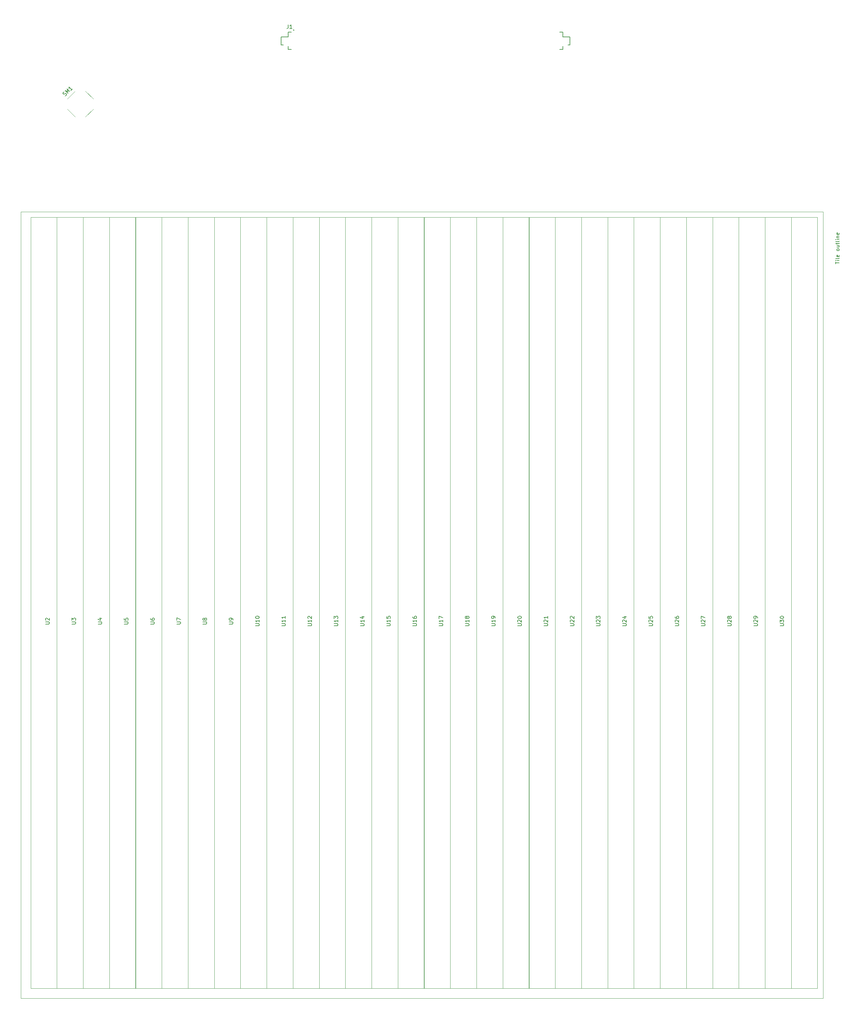
<source format=gbr>
G04 #@! TF.GenerationSoftware,KiCad,Pcbnew,(6.0.4-0)*
G04 #@! TF.CreationDate,2023-02-17T12:35:33-08:00*
G04 #@! TF.ProjectId,stripline_anode,73747269-706c-4696-9e65-5f616e6f6465,1a*
G04 #@! TF.SameCoordinates,Original*
G04 #@! TF.FileFunction,Legend,Top*
G04 #@! TF.FilePolarity,Positive*
%FSLAX46Y46*%
G04 Gerber Fmt 4.6, Leading zero omitted, Abs format (unit mm)*
G04 Created by KiCad (PCBNEW (6.0.4-0)) date 2023-02-17 12:35:33*
%MOMM*%
%LPD*%
G01*
G04 APERTURE LIST*
%ADD10C,0.120000*%
%ADD11C,0.150000*%
%ADD12C,0.200000*%
G04 APERTURE END LIST*
D10*
X379668500Y-134695500D02*
X167958500Y-134695500D01*
X167958500Y-134695500D02*
X167958500Y-342235500D01*
X167958500Y-342235500D02*
X379668500Y-342235500D01*
X379668500Y-342235500D02*
X379668500Y-134695500D01*
D11*
X382930880Y-148432166D02*
X382930880Y-147860738D01*
X383930880Y-148146452D02*
X382930880Y-148146452D01*
X383930880Y-147527404D02*
X383264214Y-147527404D01*
X382930880Y-147527404D02*
X382978500Y-147575023D01*
X383026119Y-147527404D01*
X382978500Y-147479785D01*
X382930880Y-147527404D01*
X383026119Y-147527404D01*
X383930880Y-146908357D02*
X383883261Y-147003595D01*
X383788023Y-147051214D01*
X382930880Y-147051214D01*
X383883261Y-146146452D02*
X383930880Y-146241690D01*
X383930880Y-146432166D01*
X383883261Y-146527404D01*
X383788023Y-146575023D01*
X383407071Y-146575023D01*
X383311833Y-146527404D01*
X383264214Y-146432166D01*
X383264214Y-146241690D01*
X383311833Y-146146452D01*
X383407071Y-146098833D01*
X383502309Y-146098833D01*
X383597547Y-146575023D01*
X383930880Y-144765500D02*
X383883261Y-144860738D01*
X383835642Y-144908357D01*
X383740404Y-144955976D01*
X383454690Y-144955976D01*
X383359452Y-144908357D01*
X383311833Y-144860738D01*
X383264214Y-144765500D01*
X383264214Y-144622642D01*
X383311833Y-144527404D01*
X383359452Y-144479785D01*
X383454690Y-144432166D01*
X383740404Y-144432166D01*
X383835642Y-144479785D01*
X383883261Y-144527404D01*
X383930880Y-144622642D01*
X383930880Y-144765500D01*
X383264214Y-143575023D02*
X383930880Y-143575023D01*
X383264214Y-144003595D02*
X383788023Y-144003595D01*
X383883261Y-143955976D01*
X383930880Y-143860738D01*
X383930880Y-143717880D01*
X383883261Y-143622642D01*
X383835642Y-143575023D01*
X383264214Y-143241690D02*
X383264214Y-142860738D01*
X382930880Y-143098833D02*
X383788023Y-143098833D01*
X383883261Y-143051214D01*
X383930880Y-142955976D01*
X383930880Y-142860738D01*
X383930880Y-142384547D02*
X383883261Y-142479785D01*
X383788023Y-142527404D01*
X382930880Y-142527404D01*
X383930880Y-142003595D02*
X383264214Y-142003595D01*
X382930880Y-142003595D02*
X382978500Y-142051214D01*
X383026119Y-142003595D01*
X382978500Y-141955976D01*
X382930880Y-142003595D01*
X383026119Y-142003595D01*
X383264214Y-141527404D02*
X383930880Y-141527404D01*
X383359452Y-141527404D02*
X383311833Y-141479785D01*
X383264214Y-141384547D01*
X383264214Y-141241690D01*
X383311833Y-141146452D01*
X383407071Y-141098833D01*
X383930880Y-141098833D01*
X383883261Y-140241690D02*
X383930880Y-140336928D01*
X383930880Y-140527404D01*
X383883261Y-140622642D01*
X383788023Y-140670261D01*
X383407071Y-140670261D01*
X383311833Y-140622642D01*
X383264214Y-140527404D01*
X383264214Y-140336928D01*
X383311833Y-140241690D01*
X383407071Y-140194071D01*
X383502309Y-140194071D01*
X383597547Y-140670261D01*
X354445880Y-243925345D02*
X355255404Y-243925345D01*
X355350642Y-243877726D01*
X355398261Y-243830107D01*
X355445880Y-243734869D01*
X355445880Y-243544392D01*
X355398261Y-243449154D01*
X355350642Y-243401535D01*
X355255404Y-243353916D01*
X354445880Y-243353916D01*
X354541119Y-242925345D02*
X354493500Y-242877726D01*
X354445880Y-242782488D01*
X354445880Y-242544392D01*
X354493500Y-242449154D01*
X354541119Y-242401535D01*
X354636357Y-242353916D01*
X354731595Y-242353916D01*
X354874452Y-242401535D01*
X355445880Y-242972964D01*
X355445880Y-242353916D01*
X354874452Y-241782488D02*
X354826833Y-241877726D01*
X354779214Y-241925345D01*
X354683976Y-241972964D01*
X354636357Y-241972964D01*
X354541119Y-241925345D01*
X354493500Y-241877726D01*
X354445880Y-241782488D01*
X354445880Y-241592011D01*
X354493500Y-241496773D01*
X354541119Y-241449154D01*
X354636357Y-241401535D01*
X354683976Y-241401535D01*
X354779214Y-241449154D01*
X354826833Y-241496773D01*
X354874452Y-241592011D01*
X354874452Y-241782488D01*
X354922071Y-241877726D01*
X354969690Y-241925345D01*
X355064928Y-241972964D01*
X355255404Y-241972964D01*
X355350642Y-241925345D01*
X355398261Y-241877726D01*
X355445880Y-241782488D01*
X355445880Y-241592011D01*
X355398261Y-241496773D01*
X355350642Y-241449154D01*
X355255404Y-241401535D01*
X355064928Y-241401535D01*
X354969690Y-241449154D01*
X354922071Y-241496773D01*
X354874452Y-241592011D01*
X368285880Y-243925345D02*
X369095404Y-243925345D01*
X369190642Y-243877726D01*
X369238261Y-243830107D01*
X369285880Y-243734869D01*
X369285880Y-243544392D01*
X369238261Y-243449154D01*
X369190642Y-243401535D01*
X369095404Y-243353916D01*
X368285880Y-243353916D01*
X368285880Y-242972964D02*
X368285880Y-242353916D01*
X368666833Y-242687250D01*
X368666833Y-242544392D01*
X368714452Y-242449154D01*
X368762071Y-242401535D01*
X368857309Y-242353916D01*
X369095404Y-242353916D01*
X369190642Y-242401535D01*
X369238261Y-242449154D01*
X369285880Y-242544392D01*
X369285880Y-242830107D01*
X369238261Y-242925345D01*
X369190642Y-242972964D01*
X368285880Y-241734869D02*
X368285880Y-241639630D01*
X368333500Y-241544392D01*
X368381119Y-241496773D01*
X368476357Y-241449154D01*
X368666833Y-241401535D01*
X368904928Y-241401535D01*
X369095404Y-241449154D01*
X369190642Y-241496773D01*
X369238261Y-241544392D01*
X369285880Y-241639630D01*
X369285880Y-241734869D01*
X369238261Y-241830107D01*
X369190642Y-241877726D01*
X369095404Y-241925345D01*
X368904928Y-241972964D01*
X368666833Y-241972964D01*
X368476357Y-241925345D01*
X368381119Y-241877726D01*
X368333500Y-241830107D01*
X368285880Y-241734869D01*
X361365880Y-243925345D02*
X362175404Y-243925345D01*
X362270642Y-243877726D01*
X362318261Y-243830107D01*
X362365880Y-243734869D01*
X362365880Y-243544392D01*
X362318261Y-243449154D01*
X362270642Y-243401535D01*
X362175404Y-243353916D01*
X361365880Y-243353916D01*
X361461119Y-242925345D02*
X361413500Y-242877726D01*
X361365880Y-242782488D01*
X361365880Y-242544392D01*
X361413500Y-242449154D01*
X361461119Y-242401535D01*
X361556357Y-242353916D01*
X361651595Y-242353916D01*
X361794452Y-242401535D01*
X362365880Y-242972964D01*
X362365880Y-242353916D01*
X362365880Y-241877726D02*
X362365880Y-241687250D01*
X362318261Y-241592011D01*
X362270642Y-241544392D01*
X362127785Y-241449154D01*
X361937309Y-241401535D01*
X361556357Y-241401535D01*
X361461119Y-241449154D01*
X361413500Y-241496773D01*
X361365880Y-241592011D01*
X361365880Y-241782488D01*
X361413500Y-241877726D01*
X361461119Y-241925345D01*
X361556357Y-241972964D01*
X361794452Y-241972964D01*
X361889690Y-241925345D01*
X361937309Y-241877726D01*
X361984928Y-241782488D01*
X361984928Y-241592011D01*
X361937309Y-241496773D01*
X361889690Y-241449154D01*
X361794452Y-241401535D01*
X340605880Y-243925345D02*
X341415404Y-243925345D01*
X341510642Y-243877726D01*
X341558261Y-243830107D01*
X341605880Y-243734869D01*
X341605880Y-243544392D01*
X341558261Y-243449154D01*
X341510642Y-243401535D01*
X341415404Y-243353916D01*
X340605880Y-243353916D01*
X340701119Y-242925345D02*
X340653500Y-242877726D01*
X340605880Y-242782488D01*
X340605880Y-242544392D01*
X340653500Y-242449154D01*
X340701119Y-242401535D01*
X340796357Y-242353916D01*
X340891595Y-242353916D01*
X341034452Y-242401535D01*
X341605880Y-242972964D01*
X341605880Y-242353916D01*
X340605880Y-241496773D02*
X340605880Y-241687250D01*
X340653500Y-241782488D01*
X340701119Y-241830107D01*
X340843976Y-241925345D01*
X341034452Y-241972964D01*
X341415404Y-241972964D01*
X341510642Y-241925345D01*
X341558261Y-241877726D01*
X341605880Y-241782488D01*
X341605880Y-241592011D01*
X341558261Y-241496773D01*
X341510642Y-241449154D01*
X341415404Y-241401535D01*
X341177309Y-241401535D01*
X341082071Y-241449154D01*
X341034452Y-241496773D01*
X340986833Y-241592011D01*
X340986833Y-241782488D01*
X341034452Y-241877726D01*
X341082071Y-241925345D01*
X341177309Y-241972964D01*
X326765880Y-243925345D02*
X327575404Y-243925345D01*
X327670642Y-243877726D01*
X327718261Y-243830107D01*
X327765880Y-243734869D01*
X327765880Y-243544392D01*
X327718261Y-243449154D01*
X327670642Y-243401535D01*
X327575404Y-243353916D01*
X326765880Y-243353916D01*
X326861119Y-242925345D02*
X326813500Y-242877726D01*
X326765880Y-242782488D01*
X326765880Y-242544392D01*
X326813500Y-242449154D01*
X326861119Y-242401535D01*
X326956357Y-242353916D01*
X327051595Y-242353916D01*
X327194452Y-242401535D01*
X327765880Y-242972964D01*
X327765880Y-242353916D01*
X327099214Y-241496773D02*
X327765880Y-241496773D01*
X326718261Y-241734869D02*
X327432547Y-241972964D01*
X327432547Y-241353916D01*
X188365880Y-243449154D02*
X189175404Y-243449154D01*
X189270642Y-243401535D01*
X189318261Y-243353916D01*
X189365880Y-243258678D01*
X189365880Y-243068202D01*
X189318261Y-242972964D01*
X189270642Y-242925345D01*
X189175404Y-242877726D01*
X188365880Y-242877726D01*
X188699214Y-241972964D02*
X189365880Y-241972964D01*
X188318261Y-242211059D02*
X189032547Y-242449154D01*
X189032547Y-241830107D01*
X319845880Y-243925345D02*
X320655404Y-243925345D01*
X320750642Y-243877726D01*
X320798261Y-243830107D01*
X320845880Y-243734869D01*
X320845880Y-243544392D01*
X320798261Y-243449154D01*
X320750642Y-243401535D01*
X320655404Y-243353916D01*
X319845880Y-243353916D01*
X319941119Y-242925345D02*
X319893500Y-242877726D01*
X319845880Y-242782488D01*
X319845880Y-242544392D01*
X319893500Y-242449154D01*
X319941119Y-242401535D01*
X320036357Y-242353916D01*
X320131595Y-242353916D01*
X320274452Y-242401535D01*
X320845880Y-242972964D01*
X320845880Y-242353916D01*
X319845880Y-242020583D02*
X319845880Y-241401535D01*
X320226833Y-241734869D01*
X320226833Y-241592011D01*
X320274452Y-241496773D01*
X320322071Y-241449154D01*
X320417309Y-241401535D01*
X320655404Y-241401535D01*
X320750642Y-241449154D01*
X320798261Y-241496773D01*
X320845880Y-241592011D01*
X320845880Y-241877726D01*
X320798261Y-241972964D01*
X320750642Y-242020583D01*
X216045880Y-243449154D02*
X216855404Y-243449154D01*
X216950642Y-243401535D01*
X216998261Y-243353916D01*
X217045880Y-243258678D01*
X217045880Y-243068202D01*
X216998261Y-242972964D01*
X216950642Y-242925345D01*
X216855404Y-242877726D01*
X216045880Y-242877726D01*
X216474452Y-242258678D02*
X216426833Y-242353916D01*
X216379214Y-242401535D01*
X216283976Y-242449154D01*
X216236357Y-242449154D01*
X216141119Y-242401535D01*
X216093500Y-242353916D01*
X216045880Y-242258678D01*
X216045880Y-242068202D01*
X216093500Y-241972964D01*
X216141119Y-241925345D01*
X216236357Y-241877726D01*
X216283976Y-241877726D01*
X216379214Y-241925345D01*
X216426833Y-241972964D01*
X216474452Y-242068202D01*
X216474452Y-242258678D01*
X216522071Y-242353916D01*
X216569690Y-242401535D01*
X216664928Y-242449154D01*
X216855404Y-242449154D01*
X216950642Y-242401535D01*
X216998261Y-242353916D01*
X217045880Y-242258678D01*
X217045880Y-242068202D01*
X216998261Y-241972964D01*
X216950642Y-241925345D01*
X216855404Y-241877726D01*
X216664928Y-241877726D01*
X216569690Y-241925345D01*
X216522071Y-241972964D01*
X216474452Y-242068202D01*
X195285880Y-243449154D02*
X196095404Y-243449154D01*
X196190642Y-243401535D01*
X196238261Y-243353916D01*
X196285880Y-243258678D01*
X196285880Y-243068202D01*
X196238261Y-242972964D01*
X196190642Y-242925345D01*
X196095404Y-242877726D01*
X195285880Y-242877726D01*
X195285880Y-241925345D02*
X195285880Y-242401535D01*
X195762071Y-242449154D01*
X195714452Y-242401535D01*
X195666833Y-242306297D01*
X195666833Y-242068202D01*
X195714452Y-241972964D01*
X195762071Y-241925345D01*
X195857309Y-241877726D01*
X196095404Y-241877726D01*
X196190642Y-241925345D01*
X196238261Y-241972964D01*
X196285880Y-242068202D01*
X196285880Y-242306297D01*
X196238261Y-242401535D01*
X196190642Y-242449154D01*
X278325880Y-243925345D02*
X279135404Y-243925345D01*
X279230642Y-243877726D01*
X279278261Y-243830107D01*
X279325880Y-243734869D01*
X279325880Y-243544392D01*
X279278261Y-243449154D01*
X279230642Y-243401535D01*
X279135404Y-243353916D01*
X278325880Y-243353916D01*
X279325880Y-242353916D02*
X279325880Y-242925345D01*
X279325880Y-242639630D02*
X278325880Y-242639630D01*
X278468738Y-242734869D01*
X278563976Y-242830107D01*
X278611595Y-242925345D01*
X278325880Y-242020583D02*
X278325880Y-241353916D01*
X279325880Y-241782488D01*
X264485880Y-243925345D02*
X265295404Y-243925345D01*
X265390642Y-243877726D01*
X265438261Y-243830107D01*
X265485880Y-243734869D01*
X265485880Y-243544392D01*
X265438261Y-243449154D01*
X265390642Y-243401535D01*
X265295404Y-243353916D01*
X264485880Y-243353916D01*
X265485880Y-242353916D02*
X265485880Y-242925345D01*
X265485880Y-242639630D02*
X264485880Y-242639630D01*
X264628738Y-242734869D01*
X264723976Y-242830107D01*
X264771595Y-242925345D01*
X264485880Y-241449154D02*
X264485880Y-241925345D01*
X264962071Y-241972964D01*
X264914452Y-241925345D01*
X264866833Y-241830107D01*
X264866833Y-241592011D01*
X264914452Y-241496773D01*
X264962071Y-241449154D01*
X265057309Y-241401535D01*
X265295404Y-241401535D01*
X265390642Y-241449154D01*
X265438261Y-241496773D01*
X265485880Y-241592011D01*
X265485880Y-241830107D01*
X265438261Y-241925345D01*
X265390642Y-241972964D01*
X202205880Y-243449154D02*
X203015404Y-243449154D01*
X203110642Y-243401535D01*
X203158261Y-243353916D01*
X203205880Y-243258678D01*
X203205880Y-243068202D01*
X203158261Y-242972964D01*
X203110642Y-242925345D01*
X203015404Y-242877726D01*
X202205880Y-242877726D01*
X202205880Y-241972964D02*
X202205880Y-242163440D01*
X202253500Y-242258678D01*
X202301119Y-242306297D01*
X202443976Y-242401535D01*
X202634452Y-242449154D01*
X203015404Y-242449154D01*
X203110642Y-242401535D01*
X203158261Y-242353916D01*
X203205880Y-242258678D01*
X203205880Y-242068202D01*
X203158261Y-241972964D01*
X203110642Y-241925345D01*
X203015404Y-241877726D01*
X202777309Y-241877726D01*
X202682071Y-241925345D01*
X202634452Y-241972964D01*
X202586833Y-242068202D01*
X202586833Y-242258678D01*
X202634452Y-242353916D01*
X202682071Y-242401535D01*
X202777309Y-242449154D01*
X250645880Y-243925345D02*
X251455404Y-243925345D01*
X251550642Y-243877726D01*
X251598261Y-243830107D01*
X251645880Y-243734869D01*
X251645880Y-243544392D01*
X251598261Y-243449154D01*
X251550642Y-243401535D01*
X251455404Y-243353916D01*
X250645880Y-243353916D01*
X251645880Y-242353916D02*
X251645880Y-242925345D01*
X251645880Y-242639630D02*
X250645880Y-242639630D01*
X250788738Y-242734869D01*
X250883976Y-242830107D01*
X250931595Y-242925345D01*
X250645880Y-242020583D02*
X250645880Y-241401535D01*
X251026833Y-241734869D01*
X251026833Y-241592011D01*
X251074452Y-241496773D01*
X251122071Y-241449154D01*
X251217309Y-241401535D01*
X251455404Y-241401535D01*
X251550642Y-241449154D01*
X251598261Y-241496773D01*
X251645880Y-241592011D01*
X251645880Y-241877726D01*
X251598261Y-241972964D01*
X251550642Y-242020583D01*
X174525880Y-243449154D02*
X175335404Y-243449154D01*
X175430642Y-243401535D01*
X175478261Y-243353916D01*
X175525880Y-243258678D01*
X175525880Y-243068202D01*
X175478261Y-242972964D01*
X175430642Y-242925345D01*
X175335404Y-242877726D01*
X174525880Y-242877726D01*
X174621119Y-242449154D02*
X174573500Y-242401535D01*
X174525880Y-242306297D01*
X174525880Y-242068202D01*
X174573500Y-241972964D01*
X174621119Y-241925345D01*
X174716357Y-241877726D01*
X174811595Y-241877726D01*
X174954452Y-241925345D01*
X175525880Y-242496773D01*
X175525880Y-241877726D01*
X257565880Y-243925345D02*
X258375404Y-243925345D01*
X258470642Y-243877726D01*
X258518261Y-243830107D01*
X258565880Y-243734869D01*
X258565880Y-243544392D01*
X258518261Y-243449154D01*
X258470642Y-243401535D01*
X258375404Y-243353916D01*
X257565880Y-243353916D01*
X258565880Y-242353916D02*
X258565880Y-242925345D01*
X258565880Y-242639630D02*
X257565880Y-242639630D01*
X257708738Y-242734869D01*
X257803976Y-242830107D01*
X257851595Y-242925345D01*
X257899214Y-241496773D02*
X258565880Y-241496773D01*
X257518261Y-241734869D02*
X258232547Y-241972964D01*
X258232547Y-241353916D01*
X181445880Y-243449154D02*
X182255404Y-243449154D01*
X182350642Y-243401535D01*
X182398261Y-243353916D01*
X182445880Y-243258678D01*
X182445880Y-243068202D01*
X182398261Y-242972964D01*
X182350642Y-242925345D01*
X182255404Y-242877726D01*
X181445880Y-242877726D01*
X181445880Y-242496773D02*
X181445880Y-241877726D01*
X181826833Y-242211059D01*
X181826833Y-242068202D01*
X181874452Y-241972964D01*
X181922071Y-241925345D01*
X182017309Y-241877726D01*
X182255404Y-241877726D01*
X182350642Y-241925345D01*
X182398261Y-241972964D01*
X182445880Y-242068202D01*
X182445880Y-242353916D01*
X182398261Y-242449154D01*
X182350642Y-242496773D01*
X306005880Y-243925345D02*
X306815404Y-243925345D01*
X306910642Y-243877726D01*
X306958261Y-243830107D01*
X307005880Y-243734869D01*
X307005880Y-243544392D01*
X306958261Y-243449154D01*
X306910642Y-243401535D01*
X306815404Y-243353916D01*
X306005880Y-243353916D01*
X306101119Y-242925345D02*
X306053500Y-242877726D01*
X306005880Y-242782488D01*
X306005880Y-242544392D01*
X306053500Y-242449154D01*
X306101119Y-242401535D01*
X306196357Y-242353916D01*
X306291595Y-242353916D01*
X306434452Y-242401535D01*
X307005880Y-242972964D01*
X307005880Y-242353916D01*
X307005880Y-241401535D02*
X307005880Y-241972964D01*
X307005880Y-241687250D02*
X306005880Y-241687250D01*
X306148738Y-241782488D01*
X306243976Y-241877726D01*
X306291595Y-241972964D01*
X299085880Y-243925345D02*
X299895404Y-243925345D01*
X299990642Y-243877726D01*
X300038261Y-243830107D01*
X300085880Y-243734869D01*
X300085880Y-243544392D01*
X300038261Y-243449154D01*
X299990642Y-243401535D01*
X299895404Y-243353916D01*
X299085880Y-243353916D01*
X299181119Y-242925345D02*
X299133500Y-242877726D01*
X299085880Y-242782488D01*
X299085880Y-242544392D01*
X299133500Y-242449154D01*
X299181119Y-242401535D01*
X299276357Y-242353916D01*
X299371595Y-242353916D01*
X299514452Y-242401535D01*
X300085880Y-242972964D01*
X300085880Y-242353916D01*
X299085880Y-241734869D02*
X299085880Y-241639630D01*
X299133500Y-241544392D01*
X299181119Y-241496773D01*
X299276357Y-241449154D01*
X299466833Y-241401535D01*
X299704928Y-241401535D01*
X299895404Y-241449154D01*
X299990642Y-241496773D01*
X300038261Y-241544392D01*
X300085880Y-241639630D01*
X300085880Y-241734869D01*
X300038261Y-241830107D01*
X299990642Y-241877726D01*
X299895404Y-241925345D01*
X299704928Y-241972964D01*
X299466833Y-241972964D01*
X299276357Y-241925345D01*
X299181119Y-241877726D01*
X299133500Y-241830107D01*
X299085880Y-241734869D01*
X229885880Y-243925345D02*
X230695404Y-243925345D01*
X230790642Y-243877726D01*
X230838261Y-243830107D01*
X230885880Y-243734869D01*
X230885880Y-243544392D01*
X230838261Y-243449154D01*
X230790642Y-243401535D01*
X230695404Y-243353916D01*
X229885880Y-243353916D01*
X230885880Y-242353916D02*
X230885880Y-242925345D01*
X230885880Y-242639630D02*
X229885880Y-242639630D01*
X230028738Y-242734869D01*
X230123976Y-242830107D01*
X230171595Y-242925345D01*
X229885880Y-241734869D02*
X229885880Y-241639630D01*
X229933500Y-241544392D01*
X229981119Y-241496773D01*
X230076357Y-241449154D01*
X230266833Y-241401535D01*
X230504928Y-241401535D01*
X230695404Y-241449154D01*
X230790642Y-241496773D01*
X230838261Y-241544392D01*
X230885880Y-241639630D01*
X230885880Y-241734869D01*
X230838261Y-241830107D01*
X230790642Y-241877726D01*
X230695404Y-241925345D01*
X230504928Y-241972964D01*
X230266833Y-241972964D01*
X230076357Y-241925345D01*
X229981119Y-241877726D01*
X229933500Y-241830107D01*
X229885880Y-241734869D01*
X243725880Y-243925345D02*
X244535404Y-243925345D01*
X244630642Y-243877726D01*
X244678261Y-243830107D01*
X244725880Y-243734869D01*
X244725880Y-243544392D01*
X244678261Y-243449154D01*
X244630642Y-243401535D01*
X244535404Y-243353916D01*
X243725880Y-243353916D01*
X244725880Y-242353916D02*
X244725880Y-242925345D01*
X244725880Y-242639630D02*
X243725880Y-242639630D01*
X243868738Y-242734869D01*
X243963976Y-242830107D01*
X244011595Y-242925345D01*
X243821119Y-241972964D02*
X243773500Y-241925345D01*
X243725880Y-241830107D01*
X243725880Y-241592011D01*
X243773500Y-241496773D01*
X243821119Y-241449154D01*
X243916357Y-241401535D01*
X244011595Y-241401535D01*
X244154452Y-241449154D01*
X244725880Y-242020583D01*
X244725880Y-241401535D01*
X292165880Y-243925345D02*
X292975404Y-243925345D01*
X293070642Y-243877726D01*
X293118261Y-243830107D01*
X293165880Y-243734869D01*
X293165880Y-243544392D01*
X293118261Y-243449154D01*
X293070642Y-243401535D01*
X292975404Y-243353916D01*
X292165880Y-243353916D01*
X293165880Y-242353916D02*
X293165880Y-242925345D01*
X293165880Y-242639630D02*
X292165880Y-242639630D01*
X292308738Y-242734869D01*
X292403976Y-242830107D01*
X292451595Y-242925345D01*
X293165880Y-241877726D02*
X293165880Y-241687250D01*
X293118261Y-241592011D01*
X293070642Y-241544392D01*
X292927785Y-241449154D01*
X292737309Y-241401535D01*
X292356357Y-241401535D01*
X292261119Y-241449154D01*
X292213500Y-241496773D01*
X292165880Y-241592011D01*
X292165880Y-241782488D01*
X292213500Y-241877726D01*
X292261119Y-241925345D01*
X292356357Y-241972964D01*
X292594452Y-241972964D01*
X292689690Y-241925345D01*
X292737309Y-241877726D01*
X292784928Y-241782488D01*
X292784928Y-241592011D01*
X292737309Y-241496773D01*
X292689690Y-241449154D01*
X292594452Y-241401535D01*
X209125880Y-243449154D02*
X209935404Y-243449154D01*
X210030642Y-243401535D01*
X210078261Y-243353916D01*
X210125880Y-243258678D01*
X210125880Y-243068202D01*
X210078261Y-242972964D01*
X210030642Y-242925345D01*
X209935404Y-242877726D01*
X209125880Y-242877726D01*
X209125880Y-242496773D02*
X209125880Y-241830107D01*
X210125880Y-242258678D01*
X312925880Y-243925345D02*
X313735404Y-243925345D01*
X313830642Y-243877726D01*
X313878261Y-243830107D01*
X313925880Y-243734869D01*
X313925880Y-243544392D01*
X313878261Y-243449154D01*
X313830642Y-243401535D01*
X313735404Y-243353916D01*
X312925880Y-243353916D01*
X313021119Y-242925345D02*
X312973500Y-242877726D01*
X312925880Y-242782488D01*
X312925880Y-242544392D01*
X312973500Y-242449154D01*
X313021119Y-242401535D01*
X313116357Y-242353916D01*
X313211595Y-242353916D01*
X313354452Y-242401535D01*
X313925880Y-242972964D01*
X313925880Y-242353916D01*
X313021119Y-241972964D02*
X312973500Y-241925345D01*
X312925880Y-241830107D01*
X312925880Y-241592011D01*
X312973500Y-241496773D01*
X313021119Y-241449154D01*
X313116357Y-241401535D01*
X313211595Y-241401535D01*
X313354452Y-241449154D01*
X313925880Y-242020583D01*
X313925880Y-241401535D01*
X285245880Y-243925345D02*
X286055404Y-243925345D01*
X286150642Y-243877726D01*
X286198261Y-243830107D01*
X286245880Y-243734869D01*
X286245880Y-243544392D01*
X286198261Y-243449154D01*
X286150642Y-243401535D01*
X286055404Y-243353916D01*
X285245880Y-243353916D01*
X286245880Y-242353916D02*
X286245880Y-242925345D01*
X286245880Y-242639630D02*
X285245880Y-242639630D01*
X285388738Y-242734869D01*
X285483976Y-242830107D01*
X285531595Y-242925345D01*
X285674452Y-241782488D02*
X285626833Y-241877726D01*
X285579214Y-241925345D01*
X285483976Y-241972964D01*
X285436357Y-241972964D01*
X285341119Y-241925345D01*
X285293500Y-241877726D01*
X285245880Y-241782488D01*
X285245880Y-241592011D01*
X285293500Y-241496773D01*
X285341119Y-241449154D01*
X285436357Y-241401535D01*
X285483976Y-241401535D01*
X285579214Y-241449154D01*
X285626833Y-241496773D01*
X285674452Y-241592011D01*
X285674452Y-241782488D01*
X285722071Y-241877726D01*
X285769690Y-241925345D01*
X285864928Y-241972964D01*
X286055404Y-241972964D01*
X286150642Y-241925345D01*
X286198261Y-241877726D01*
X286245880Y-241782488D01*
X286245880Y-241592011D01*
X286198261Y-241496773D01*
X286150642Y-241449154D01*
X286055404Y-241401535D01*
X285864928Y-241401535D01*
X285769690Y-241449154D01*
X285722071Y-241496773D01*
X285674452Y-241592011D01*
X271405880Y-243925345D02*
X272215404Y-243925345D01*
X272310642Y-243877726D01*
X272358261Y-243830107D01*
X272405880Y-243734869D01*
X272405880Y-243544392D01*
X272358261Y-243449154D01*
X272310642Y-243401535D01*
X272215404Y-243353916D01*
X271405880Y-243353916D01*
X272405880Y-242353916D02*
X272405880Y-242925345D01*
X272405880Y-242639630D02*
X271405880Y-242639630D01*
X271548738Y-242734869D01*
X271643976Y-242830107D01*
X271691595Y-242925345D01*
X271405880Y-241496773D02*
X271405880Y-241687250D01*
X271453500Y-241782488D01*
X271501119Y-241830107D01*
X271643976Y-241925345D01*
X271834452Y-241972964D01*
X272215404Y-241972964D01*
X272310642Y-241925345D01*
X272358261Y-241877726D01*
X272405880Y-241782488D01*
X272405880Y-241592011D01*
X272358261Y-241496773D01*
X272310642Y-241449154D01*
X272215404Y-241401535D01*
X271977309Y-241401535D01*
X271882071Y-241449154D01*
X271834452Y-241496773D01*
X271786833Y-241592011D01*
X271786833Y-241782488D01*
X271834452Y-241877726D01*
X271882071Y-241925345D01*
X271977309Y-241972964D01*
X236805880Y-243925345D02*
X237615404Y-243925345D01*
X237710642Y-243877726D01*
X237758261Y-243830107D01*
X237805880Y-243734869D01*
X237805880Y-243544392D01*
X237758261Y-243449154D01*
X237710642Y-243401535D01*
X237615404Y-243353916D01*
X236805880Y-243353916D01*
X237805880Y-242353916D02*
X237805880Y-242925345D01*
X237805880Y-242639630D02*
X236805880Y-242639630D01*
X236948738Y-242734869D01*
X237043976Y-242830107D01*
X237091595Y-242925345D01*
X237805880Y-241401535D02*
X237805880Y-241972964D01*
X237805880Y-241687250D02*
X236805880Y-241687250D01*
X236948738Y-241782488D01*
X237043976Y-241877726D01*
X237091595Y-241972964D01*
X222965880Y-243449154D02*
X223775404Y-243449154D01*
X223870642Y-243401535D01*
X223918261Y-243353916D01*
X223965880Y-243258678D01*
X223965880Y-243068202D01*
X223918261Y-242972964D01*
X223870642Y-242925345D01*
X223775404Y-242877726D01*
X222965880Y-242877726D01*
X223965880Y-242353916D02*
X223965880Y-242163440D01*
X223918261Y-242068202D01*
X223870642Y-242020583D01*
X223727785Y-241925345D01*
X223537309Y-241877726D01*
X223156357Y-241877726D01*
X223061119Y-241925345D01*
X223013500Y-241972964D01*
X222965880Y-242068202D01*
X222965880Y-242258678D01*
X223013500Y-242353916D01*
X223061119Y-242401535D01*
X223156357Y-242449154D01*
X223394452Y-242449154D01*
X223489690Y-242401535D01*
X223537309Y-242353916D01*
X223584928Y-242258678D01*
X223584928Y-242068202D01*
X223537309Y-241972964D01*
X223489690Y-241925345D01*
X223394452Y-241877726D01*
X347525880Y-243925345D02*
X348335404Y-243925345D01*
X348430642Y-243877726D01*
X348478261Y-243830107D01*
X348525880Y-243734869D01*
X348525880Y-243544392D01*
X348478261Y-243449154D01*
X348430642Y-243401535D01*
X348335404Y-243353916D01*
X347525880Y-243353916D01*
X347621119Y-242925345D02*
X347573500Y-242877726D01*
X347525880Y-242782488D01*
X347525880Y-242544392D01*
X347573500Y-242449154D01*
X347621119Y-242401535D01*
X347716357Y-242353916D01*
X347811595Y-242353916D01*
X347954452Y-242401535D01*
X348525880Y-242972964D01*
X348525880Y-242353916D01*
X347525880Y-242020583D02*
X347525880Y-241353916D01*
X348525880Y-241782488D01*
X333685880Y-243925345D02*
X334495404Y-243925345D01*
X334590642Y-243877726D01*
X334638261Y-243830107D01*
X334685880Y-243734869D01*
X334685880Y-243544392D01*
X334638261Y-243449154D01*
X334590642Y-243401535D01*
X334495404Y-243353916D01*
X333685880Y-243353916D01*
X333781119Y-242925345D02*
X333733500Y-242877726D01*
X333685880Y-242782488D01*
X333685880Y-242544392D01*
X333733500Y-242449154D01*
X333781119Y-242401535D01*
X333876357Y-242353916D01*
X333971595Y-242353916D01*
X334114452Y-242401535D01*
X334685880Y-242972964D01*
X334685880Y-242353916D01*
X333685880Y-241449154D02*
X333685880Y-241925345D01*
X334162071Y-241972964D01*
X334114452Y-241925345D01*
X334066833Y-241830107D01*
X334066833Y-241592011D01*
X334114452Y-241496773D01*
X334162071Y-241449154D01*
X334257309Y-241401535D01*
X334495404Y-241401535D01*
X334590642Y-241449154D01*
X334638261Y-241496773D01*
X334685880Y-241592011D01*
X334685880Y-241830107D01*
X334638261Y-241925345D01*
X334590642Y-241972964D01*
X238540216Y-85319460D02*
X238540216Y-86033746D01*
X238492597Y-86176603D01*
X238397359Y-86271841D01*
X238254502Y-86319460D01*
X238159264Y-86319460D01*
X239540216Y-86319460D02*
X238968788Y-86319460D01*
X239254502Y-86319460D02*
X239254502Y-85319460D01*
X239159264Y-85462318D01*
X239064026Y-85557556D01*
X238968788Y-85605175D01*
X179678143Y-104090761D02*
X179812830Y-104023418D01*
X179981189Y-103855059D01*
X180014861Y-103754044D01*
X180014861Y-103686700D01*
X179981189Y-103585685D01*
X179913846Y-103518342D01*
X179812830Y-103484670D01*
X179745487Y-103484670D01*
X179644472Y-103518342D01*
X179476113Y-103619357D01*
X179375098Y-103653029D01*
X179307754Y-103653029D01*
X179206739Y-103619357D01*
X179139395Y-103552013D01*
X179105724Y-103450998D01*
X179105724Y-103383655D01*
X179139395Y-103282639D01*
X179307754Y-103114281D01*
X179442441Y-103046937D01*
X180418922Y-103417326D02*
X179711815Y-102710220D01*
X180452594Y-102979594D01*
X180183220Y-102238815D01*
X180890326Y-102945922D01*
X181597433Y-102238815D02*
X181193372Y-102642876D01*
X181395403Y-102440846D02*
X180688296Y-101733739D01*
X180721968Y-101902098D01*
X180721968Y-102036785D01*
X180688296Y-102137800D01*
D10*
X357428500Y-339537250D02*
X364338500Y-339537250D01*
X364338500Y-136137250D02*
X357428500Y-136137250D01*
X364338500Y-339537250D02*
X364338500Y-136137250D01*
X357428500Y-339537250D02*
X357428500Y-136137250D01*
X371268500Y-339537250D02*
X371268500Y-136137250D01*
X371268500Y-339537250D02*
X378178500Y-339537250D01*
X378178500Y-136137250D02*
X371268500Y-136137250D01*
X378178500Y-339537250D02*
X378178500Y-136137250D01*
X364348500Y-339537250D02*
X371258500Y-339537250D01*
X371258500Y-136137250D02*
X364348500Y-136137250D01*
X371258500Y-339537250D02*
X371258500Y-136137250D01*
X364348500Y-339537250D02*
X364348500Y-136137250D01*
X343588500Y-339537250D02*
X343588500Y-136137250D01*
X350498500Y-339537250D02*
X350498500Y-136137250D01*
X350498500Y-136137250D02*
X343588500Y-136137250D01*
X343588500Y-339537250D02*
X350498500Y-339537250D01*
X336658500Y-339537250D02*
X336658500Y-136137250D01*
X329748500Y-339537250D02*
X336658500Y-339537250D01*
X336658500Y-136137250D02*
X329748500Y-136137250D01*
X329748500Y-339537250D02*
X329748500Y-136137250D01*
X198258500Y-136137250D02*
X191348500Y-136137250D01*
X191348500Y-339537250D02*
X191348500Y-136137250D01*
X198258500Y-339537250D02*
X198258500Y-136137250D01*
X191348500Y-339537250D02*
X198258500Y-339537250D01*
X329738500Y-339537250D02*
X329738500Y-136137250D01*
X329738500Y-136137250D02*
X322828500Y-136137250D01*
X322828500Y-339537250D02*
X329738500Y-339537250D01*
X322828500Y-339537250D02*
X322828500Y-136137250D01*
X225938500Y-339537250D02*
X225938500Y-136137250D01*
X225938500Y-136137250D02*
X219028500Y-136137250D01*
X219028500Y-339537250D02*
X225938500Y-339537250D01*
X219028500Y-339537250D02*
X219028500Y-136137250D01*
X198268500Y-339537250D02*
X198268500Y-136137250D01*
X205178500Y-339537250D02*
X205178500Y-136137250D01*
X205178500Y-136137250D02*
X198268500Y-136137250D01*
X198268500Y-339537250D02*
X205178500Y-339537250D01*
X281308500Y-339537250D02*
X281308500Y-136137250D01*
X288218500Y-136137250D02*
X281308500Y-136137250D01*
X281308500Y-339537250D02*
X288218500Y-339537250D01*
X288218500Y-339537250D02*
X288218500Y-136137250D01*
X274378500Y-136137250D02*
X267468500Y-136137250D01*
X267468500Y-339537250D02*
X267468500Y-136137250D01*
X267468500Y-339537250D02*
X274378500Y-339537250D01*
X274378500Y-339537250D02*
X274378500Y-136137250D01*
X212098500Y-339537250D02*
X212098500Y-136137250D01*
X205188500Y-339537250D02*
X205188500Y-136137250D01*
X212098500Y-136137250D02*
X205188500Y-136137250D01*
X205188500Y-339537250D02*
X212098500Y-339537250D01*
X260538500Y-136137250D02*
X253628500Y-136137250D01*
X260538500Y-339537250D02*
X260538500Y-136137250D01*
X253628500Y-339537250D02*
X253628500Y-136137250D01*
X253628500Y-339537250D02*
X260538500Y-339537250D01*
X177508500Y-339537250D02*
X184418500Y-339537250D01*
X184418500Y-339537250D02*
X184418500Y-136137250D01*
X177508500Y-339537250D02*
X177508500Y-136137250D01*
X184418500Y-136137250D02*
X177508500Y-136137250D01*
X260548500Y-339537250D02*
X267458500Y-339537250D01*
X260548500Y-339537250D02*
X260548500Y-136137250D01*
X267458500Y-339537250D02*
X267458500Y-136137250D01*
X267458500Y-136137250D02*
X260548500Y-136137250D01*
X184428500Y-339537250D02*
X184428500Y-136137250D01*
X191338500Y-339537250D02*
X191338500Y-136137250D01*
X184428500Y-339537250D02*
X191338500Y-339537250D01*
X191338500Y-136137250D02*
X184428500Y-136137250D01*
X308988500Y-339537250D02*
X308988500Y-136137250D01*
X315898500Y-136137250D02*
X308988500Y-136137250D01*
X315898500Y-339537250D02*
X315898500Y-136137250D01*
X308988500Y-339537250D02*
X315898500Y-339537250D01*
X308978500Y-136137250D02*
X302068500Y-136137250D01*
X308978500Y-339537250D02*
X308978500Y-136137250D01*
X302068500Y-339537250D02*
X302068500Y-136137250D01*
X302068500Y-339537250D02*
X308978500Y-339537250D01*
X232868500Y-339537250D02*
X232868500Y-136137250D01*
X239778500Y-339537250D02*
X239778500Y-136137250D01*
X232868500Y-339537250D02*
X239778500Y-339537250D01*
X239778500Y-136137250D02*
X232868500Y-136137250D01*
X253618500Y-339537250D02*
X253618500Y-136137250D01*
X246708500Y-339537250D02*
X253618500Y-339537250D01*
X246708500Y-339537250D02*
X246708500Y-136137250D01*
X253618500Y-136137250D02*
X246708500Y-136137250D01*
X295148500Y-339537250D02*
X295148500Y-136137250D01*
X295148500Y-339537250D02*
X302058500Y-339537250D01*
X302058500Y-136137250D02*
X295148500Y-136137250D01*
X302058500Y-339537250D02*
X302058500Y-136137250D01*
X219018500Y-339537250D02*
X219018500Y-136137250D01*
X219018500Y-136137250D02*
X212108500Y-136137250D01*
X212108500Y-339537250D02*
X212108500Y-136137250D01*
X212108500Y-339537250D02*
X219018500Y-339537250D01*
X315908500Y-339537250D02*
X315908500Y-136137250D01*
X322818500Y-339537250D02*
X322818500Y-136137250D01*
X322818500Y-136137250D02*
X315908500Y-136137250D01*
X315908500Y-339537250D02*
X322818500Y-339537250D01*
X288228500Y-339537250D02*
X295138500Y-339537250D01*
X288228500Y-339537250D02*
X288228500Y-136137250D01*
X295138500Y-339537250D02*
X295138500Y-136137250D01*
X295138500Y-136137250D02*
X288228500Y-136137250D01*
X274388500Y-339537250D02*
X274388500Y-136137250D01*
X274388500Y-339537250D02*
X281298500Y-339537250D01*
X281298500Y-136137250D02*
X274388500Y-136137250D01*
X281298500Y-339537250D02*
X281298500Y-136137250D01*
X246698500Y-339537250D02*
X246698500Y-136137250D01*
X246698500Y-136137250D02*
X239788500Y-136137250D01*
X239788500Y-339537250D02*
X246698500Y-339537250D01*
X239788500Y-339537250D02*
X239788500Y-136137250D01*
X232858500Y-136137250D02*
X225948500Y-136137250D01*
X225948500Y-339537250D02*
X232858500Y-339537250D01*
X225948500Y-339537250D02*
X225948500Y-136137250D01*
X232858500Y-339537250D02*
X232858500Y-136137250D01*
X170588500Y-339537250D02*
X170588500Y-136137250D01*
X177498500Y-339537250D02*
X177498500Y-136137250D01*
X177498500Y-136137250D02*
X170588500Y-136137250D01*
X170588500Y-339537250D02*
X177498500Y-339537250D01*
X357418500Y-339537250D02*
X357418500Y-136137250D01*
X350508500Y-339537250D02*
X350508500Y-136137250D01*
X350508500Y-339537250D02*
X357418500Y-339537250D01*
X357418500Y-136137250D02*
X350508500Y-136137250D01*
X336668500Y-339537250D02*
X336668500Y-136137250D01*
X343578500Y-339537250D02*
X343578500Y-136137250D01*
X343578500Y-136137250D02*
X336668500Y-136137250D01*
X336668500Y-339537250D02*
X343578500Y-339537250D01*
D12*
X311008550Y-87267080D02*
X310183550Y-87267080D01*
X312348550Y-90617080D02*
X312868550Y-90617080D01*
X238558550Y-87267080D02*
X239383550Y-87267080D01*
X236698550Y-90617080D02*
X236698550Y-88517080D01*
X238558550Y-87267080D02*
X238558550Y-88517080D01*
X311008550Y-91867080D02*
X311008550Y-90982080D01*
X311008550Y-91867080D02*
X310183550Y-91867080D01*
X311008550Y-87267080D02*
X311008550Y-88517080D01*
X237218550Y-90617080D02*
X236698550Y-90617080D01*
X312868550Y-88517080D02*
X311008550Y-88517080D01*
X312868550Y-90617080D02*
X312868550Y-88517080D01*
X238558550Y-91867080D02*
X238558550Y-90982080D01*
X238558550Y-91867080D02*
X239383550Y-91867080D01*
X236698550Y-88517080D02*
X238558550Y-88517080D01*
X240083550Y-86757080D02*
G75*
G03*
X240083550Y-86757080I-100000J0D01*
G01*
D10*
X180295852Y-107567538D02*
X182346462Y-109618148D01*
X185040538Y-109618148D02*
X187091148Y-107567538D01*
X180295852Y-104873462D02*
X182346462Y-102822852D01*
X185040538Y-102822852D02*
X187091148Y-104873462D01*
M02*

</source>
